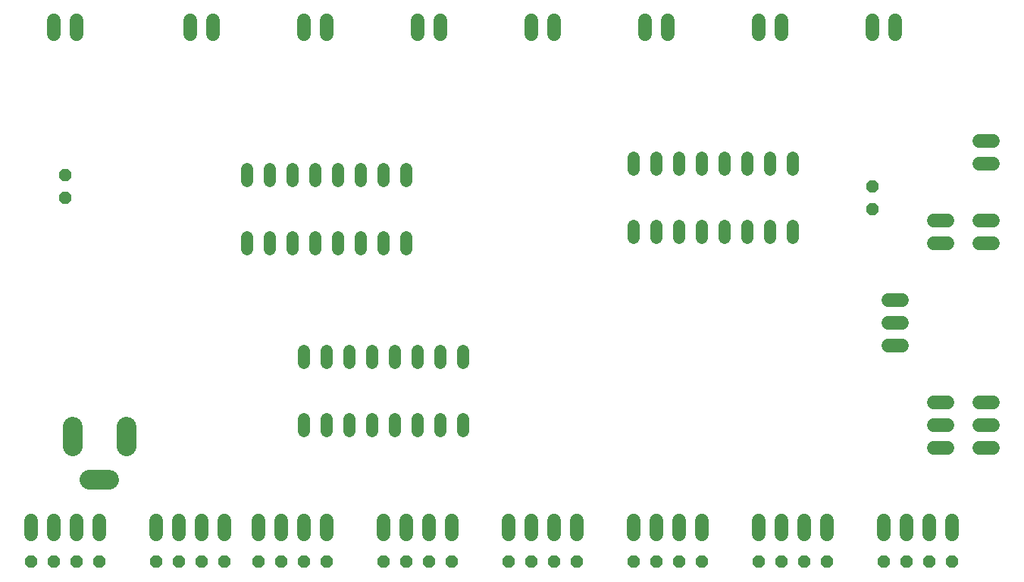
<source format=gbr>
G04 EAGLE Gerber RS-274X export*
G75*
%MOMM*%
%FSLAX34Y34*%
%LPD*%
%INBottom Copper*%
%IPPOS*%
%AMOC8*
5,1,8,0,0,1.08239X$1,22.5*%
G01*
%ADD10C,1.524000*%
%ADD11P,1.429621X8X112.500000*%
%ADD12P,1.429621X8X292.500000*%
%ADD13C,1.320800*%
%ADD14P,1.429621X8X22.500000*%
%ADD15C,2.184400*%


D10*
X1137920Y419100D02*
X1122680Y419100D01*
X1122680Y444500D02*
X1137920Y444500D01*
X1137920Y241300D02*
X1122680Y241300D01*
X1122680Y215900D02*
X1137920Y215900D01*
X1137920Y190500D02*
X1122680Y190500D01*
X1087120Y241300D02*
X1071880Y241300D01*
X1071880Y215900D02*
X1087120Y215900D01*
X1087120Y190500D02*
X1071880Y190500D01*
D11*
X1003300Y457200D03*
X1003300Y482600D03*
D12*
X101600Y495300D03*
X101600Y469900D03*
D10*
X1021080Y355600D02*
X1036320Y355600D01*
X1036320Y330200D02*
X1021080Y330200D01*
X1021080Y304800D02*
X1036320Y304800D01*
X1071880Y419100D02*
X1087120Y419100D01*
X1087120Y444500D02*
X1071880Y444500D01*
D13*
X914400Y501396D02*
X914400Y514604D01*
X889000Y514604D02*
X889000Y501396D01*
X812800Y501396D02*
X812800Y514604D01*
X787400Y514604D02*
X787400Y501396D01*
X863600Y501396D02*
X863600Y514604D01*
X838200Y514604D02*
X838200Y501396D01*
X762000Y501396D02*
X762000Y514604D01*
X736600Y514604D02*
X736600Y501396D01*
X736600Y438404D02*
X736600Y425196D01*
X762000Y425196D02*
X762000Y438404D01*
X787400Y438404D02*
X787400Y425196D01*
X812800Y425196D02*
X812800Y438404D01*
X838200Y438404D02*
X838200Y425196D01*
X863600Y425196D02*
X863600Y438404D01*
X889000Y438404D02*
X889000Y425196D01*
X914400Y425196D02*
X914400Y438404D01*
X304800Y425704D02*
X304800Y412496D01*
X330200Y412496D02*
X330200Y425704D01*
X406400Y425704D02*
X406400Y412496D01*
X431800Y412496D02*
X431800Y425704D01*
X355600Y425704D02*
X355600Y412496D01*
X381000Y412496D02*
X381000Y425704D01*
X457200Y425704D02*
X457200Y412496D01*
X482600Y412496D02*
X482600Y425704D01*
X482600Y488696D02*
X482600Y501904D01*
X457200Y501904D02*
X457200Y488696D01*
X431800Y488696D02*
X431800Y501904D01*
X406400Y501904D02*
X406400Y488696D01*
X381000Y488696D02*
X381000Y501904D01*
X355600Y501904D02*
X355600Y488696D01*
X330200Y488696D02*
X330200Y501904D01*
X304800Y501904D02*
X304800Y488696D01*
D10*
X520700Y652780D02*
X520700Y668020D01*
X495300Y668020D02*
X495300Y652780D01*
X393700Y652780D02*
X393700Y668020D01*
X368300Y668020D02*
X368300Y652780D01*
X1028700Y652780D02*
X1028700Y668020D01*
X1003300Y668020D02*
X1003300Y652780D01*
X901700Y652780D02*
X901700Y668020D01*
X876300Y668020D02*
X876300Y652780D01*
X266700Y652780D02*
X266700Y668020D01*
X241300Y668020D02*
X241300Y652780D01*
X114300Y652780D02*
X114300Y668020D01*
X88900Y668020D02*
X88900Y652780D01*
X774700Y652780D02*
X774700Y668020D01*
X749300Y668020D02*
X749300Y652780D01*
X647700Y652780D02*
X647700Y668020D01*
X622300Y668020D02*
X622300Y652780D01*
D13*
X368300Y222504D02*
X368300Y209296D01*
X393700Y209296D02*
X393700Y222504D01*
X469900Y222504D02*
X469900Y209296D01*
X495300Y209296D02*
X495300Y222504D01*
X419100Y222504D02*
X419100Y209296D01*
X444500Y209296D02*
X444500Y222504D01*
X520700Y222504D02*
X520700Y209296D01*
X546100Y209296D02*
X546100Y222504D01*
X546100Y285496D02*
X546100Y298704D01*
X520700Y298704D02*
X520700Y285496D01*
X495300Y285496D02*
X495300Y298704D01*
X469900Y298704D02*
X469900Y285496D01*
X444500Y285496D02*
X444500Y298704D01*
X419100Y298704D02*
X419100Y285496D01*
X393700Y285496D02*
X393700Y298704D01*
X368300Y298704D02*
X368300Y285496D01*
D10*
X1016000Y109220D02*
X1016000Y93980D01*
X1041400Y93980D02*
X1041400Y109220D01*
X876300Y109220D02*
X876300Y93980D01*
X901700Y93980D02*
X901700Y109220D01*
X736600Y109220D02*
X736600Y93980D01*
X762000Y93980D02*
X762000Y109220D01*
X596900Y109220D02*
X596900Y93980D01*
X622300Y93980D02*
X622300Y109220D01*
X457200Y109220D02*
X457200Y93980D01*
X482600Y93980D02*
X482600Y109220D01*
X317500Y109220D02*
X317500Y93980D01*
X342900Y93980D02*
X342900Y109220D01*
X203200Y109220D02*
X203200Y93980D01*
X228600Y93980D02*
X228600Y109220D01*
X63500Y109220D02*
X63500Y93980D01*
X88900Y93980D02*
X88900Y109220D01*
X1092200Y109220D02*
X1092200Y93980D01*
X1066800Y93980D02*
X1066800Y109220D01*
X952500Y109220D02*
X952500Y93980D01*
X927100Y93980D02*
X927100Y109220D01*
X812800Y109220D02*
X812800Y93980D01*
X787400Y93980D02*
X787400Y109220D01*
X673100Y109220D02*
X673100Y93980D01*
X647700Y93980D02*
X647700Y109220D01*
X533400Y109220D02*
X533400Y93980D01*
X508000Y93980D02*
X508000Y109220D01*
X393700Y109220D02*
X393700Y93980D01*
X368300Y93980D02*
X368300Y109220D01*
X279400Y109220D02*
X279400Y93980D01*
X254000Y93980D02*
X254000Y109220D01*
X139700Y109220D02*
X139700Y93980D01*
X114300Y93980D02*
X114300Y109220D01*
D14*
X1016000Y63500D03*
X1041400Y63500D03*
X508000Y63500D03*
X533400Y63500D03*
X317500Y63500D03*
X342900Y63500D03*
X368300Y63500D03*
X393700Y63500D03*
X203200Y63500D03*
X228600Y63500D03*
X254000Y63500D03*
X279400Y63500D03*
X63500Y63500D03*
X88900Y63500D03*
X114300Y63500D03*
X139700Y63500D03*
X1066800Y63500D03*
X1092200Y63500D03*
X876300Y63500D03*
X901700Y63500D03*
X927100Y63500D03*
X952500Y63500D03*
X736600Y63500D03*
X762000Y63500D03*
X787400Y63500D03*
X812800Y63500D03*
X596900Y63500D03*
X622300Y63500D03*
X647700Y63500D03*
X673100Y63500D03*
X457200Y63500D03*
X482600Y63500D03*
D10*
X1122680Y508000D02*
X1137920Y508000D01*
X1137920Y533400D02*
X1122680Y533400D01*
D15*
X150622Y155200D02*
X128778Y155200D01*
X109700Y192278D02*
X109700Y214122D01*
X169700Y214122D02*
X169700Y192278D01*
M02*

</source>
